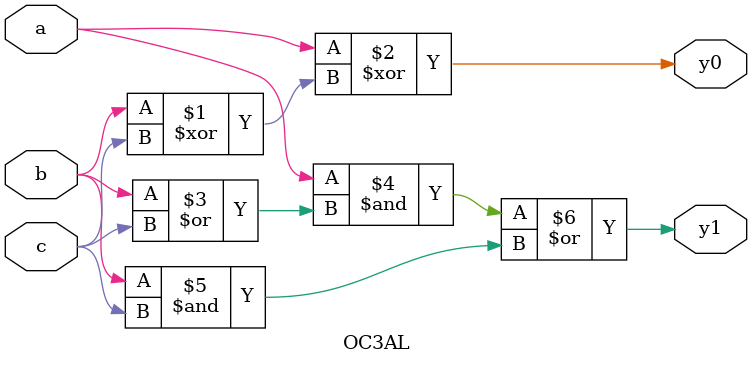
<source format=v>
`timescale 1ns/1ns

module OC3AL (input a,b,c, output y0,y1);
  assign #(20,21) y0 = (a ^ (b ^ c));
  assign #(15,14) y1 = (a & (b | c)) | (b & c);

endmodule
</source>
